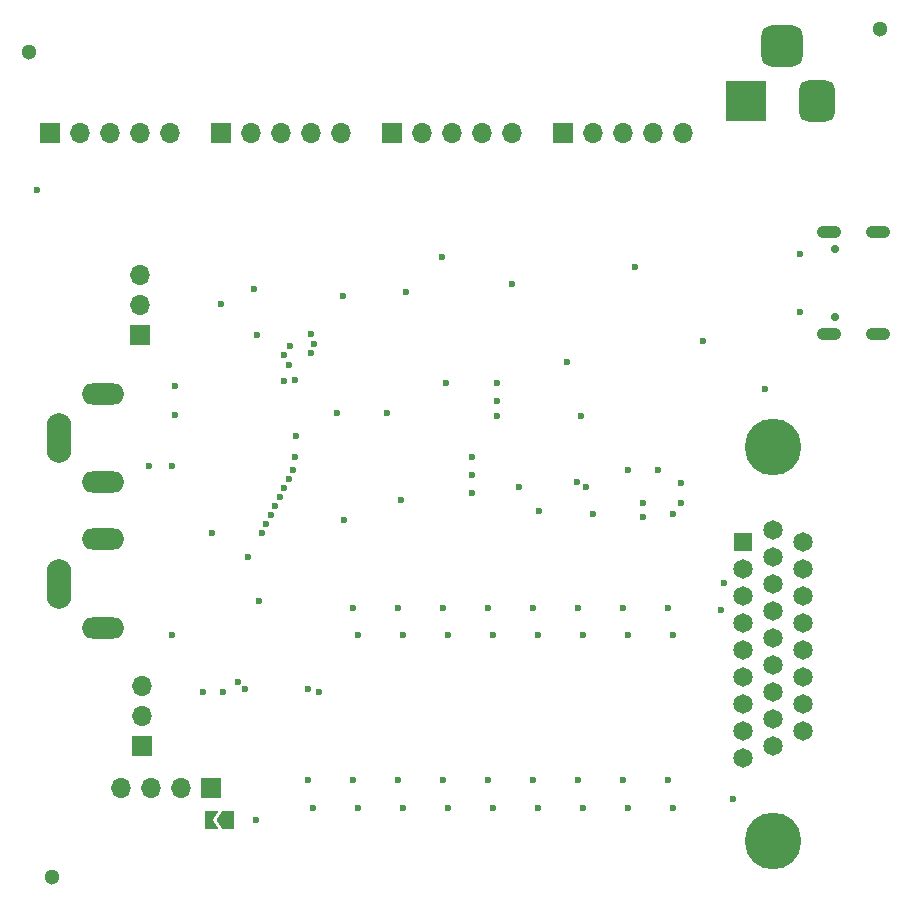
<source format=gbr>
%TF.GenerationSoftware,KiCad,Pcbnew,6.0.2+dfsg-1*%
%TF.CreationDate,2022-09-06T16:13:56-05:00*%
%TF.ProjectId,veritas,76657269-7461-4732-9e6b-696361645f70,rev?*%
%TF.SameCoordinates,Original*%
%TF.FileFunction,Soldermask,Bot*%
%TF.FilePolarity,Negative*%
%FSLAX46Y46*%
G04 Gerber Fmt 4.6, Leading zero omitted, Abs format (unit mm)*
G04 Created by KiCad (PCBNEW 6.0.2+dfsg-1) date 2022-09-06 16:13:56*
%MOMM*%
%LPD*%
G01*
G04 APERTURE LIST*
G04 Aperture macros list*
%AMRoundRect*
0 Rectangle with rounded corners*
0 $1 Rounding radius*
0 $2 $3 $4 $5 $6 $7 $8 $9 X,Y pos of 4 corners*
0 Add a 4 corners polygon primitive as box body*
4,1,4,$2,$3,$4,$5,$6,$7,$8,$9,$2,$3,0*
0 Add four circle primitives for the rounded corners*
1,1,$1+$1,$2,$3*
1,1,$1+$1,$4,$5*
1,1,$1+$1,$6,$7*
1,1,$1+$1,$8,$9*
0 Add four rect primitives between the rounded corners*
20,1,$1+$1,$2,$3,$4,$5,0*
20,1,$1+$1,$4,$5,$6,$7,0*
20,1,$1+$1,$6,$7,$8,$9,0*
20,1,$1+$1,$8,$9,$2,$3,0*%
%AMFreePoly0*
4,1,6,1.000000,0.000000,0.500000,-0.750000,-0.500000,-0.750000,-0.500000,0.750000,0.500000,0.750000,1.000000,0.000000,1.000000,0.000000,$1*%
%AMFreePoly1*
4,1,6,0.500000,-0.750000,-0.650000,-0.750000,-0.150000,0.000000,-0.650000,0.750000,0.500000,0.750000,0.500000,-0.750000,0.500000,-0.750000,$1*%
G04 Aperture macros list end*
%ADD10R,1.700000X1.700000*%
%ADD11O,1.700000X1.700000*%
%ADD12O,3.600000X1.800000*%
%ADD13O,2.100000X4.200000*%
%ADD14C,1.650000*%
%ADD15R,1.650000X1.650000*%
%ADD16C,4.800000*%
%ADD17C,1.300000*%
%ADD18O,2.100000X1.050000*%
%ADD19C,0.700000*%
%ADD20R,3.500000X3.500000*%
%ADD21RoundRect,0.750000X0.750000X1.000000X-0.750000X1.000000X-0.750000X-1.000000X0.750000X-1.000000X0*%
%ADD22RoundRect,0.875000X0.875000X0.875000X-0.875000X0.875000X-0.875000X-0.875000X0.875000X-0.875000X0*%
%ADD23FreePoly0,180.000000*%
%ADD24FreePoly1,180.000000*%
%ADD25C,0.600000*%
G04 APERTURE END LIST*
D10*
%TO.C,J12*%
X13462000Y7493000D03*
D11*
X10922000Y7493000D03*
X8382000Y7493000D03*
X5842000Y7493000D03*
%TD*%
D10*
%TO.C,J5*%
X-127000Y62992000D03*
D11*
X2413000Y62992000D03*
X4953000Y62992000D03*
X7493000Y62992000D03*
X10033000Y62992000D03*
%TD*%
D10*
%TO.C,J10*%
X7620000Y11049000D03*
D11*
X7620000Y13589000D03*
X7620000Y16129000D03*
%TD*%
D12*
%TO.C,J9*%
X4318000Y28575000D03*
X4318000Y21075000D03*
D13*
X618000Y24825000D03*
%TD*%
D10*
%TO.C,J2*%
X43307000Y62992000D03*
D11*
X45847000Y62992000D03*
X48387000Y62992000D03*
X50927000Y62992000D03*
X53467000Y62992000D03*
%TD*%
D14*
%TO.C,J11*%
X63627000Y12328000D03*
X63627000Y14618000D03*
X63627000Y16908000D03*
X63627000Y19198000D03*
X63627000Y21488000D03*
X63627000Y23778000D03*
X63627000Y26068000D03*
X63627000Y28358000D03*
X61087000Y11058000D03*
X61087000Y13348000D03*
X61087000Y15638000D03*
X61087000Y17928000D03*
X61087000Y20218000D03*
X61087000Y22508000D03*
X61087000Y24798000D03*
X61087000Y27088000D03*
X61087000Y29378000D03*
X58547000Y10038000D03*
X58547000Y12328000D03*
X58547000Y14618000D03*
X58547000Y16908000D03*
X58547000Y19198000D03*
X58547000Y21488000D03*
X58547000Y23778000D03*
X58547000Y26068000D03*
D15*
X58547000Y28358000D03*
D16*
X61087000Y36368000D03*
X61087000Y3048000D03*
%TD*%
D17*
%TO.C,REF\u002A\u002A*%
X70104000Y71755000D03*
%TD*%
%TO.C,REF\u002A\u002A*%
X-1905000Y69850000D03*
%TD*%
%TO.C,REF\u002A\u002A*%
X0Y0D03*
%TD*%
D12*
%TO.C,J8*%
X4318000Y33401000D03*
X4318000Y40901000D03*
D13*
X618000Y37151000D03*
%TD*%
D18*
%TO.C,J7*%
X65797000Y45974000D03*
X69977000Y54614000D03*
X65797000Y54614000D03*
X69977000Y45974000D03*
D19*
X66327000Y47404000D03*
X66327000Y53184000D03*
%TD*%
D10*
%TO.C,J4*%
X14351000Y62992000D03*
D11*
X16891000Y62992000D03*
X19431000Y62992000D03*
X21971000Y62992000D03*
X24511000Y62992000D03*
%TD*%
D10*
%TO.C,J6*%
X7493000Y45847000D03*
D11*
X7493000Y48387000D03*
X7493000Y50927000D03*
%TD*%
D10*
%TO.C,J3*%
X28829000Y62992000D03*
D11*
X31369000Y62992000D03*
X33909000Y62992000D03*
X36449000Y62992000D03*
X38989000Y62992000D03*
%TD*%
D20*
%TO.C,J1*%
X58801000Y65659000D03*
D21*
X64801000Y65659000D03*
D22*
X61801000Y70359000D03*
%TD*%
D23*
%TO.C,JP1*%
X14949000Y4826000D03*
D24*
X13499000Y4826000D03*
%TD*%
D25*
X16637000Y27051000D03*
X10160000Y34798000D03*
X8231500Y34774500D03*
X17526000Y23368000D03*
X57658000Y6604000D03*
X17272000Y4826000D03*
X17780000Y29083000D03*
X18161000Y29845000D03*
X18542000Y30607000D03*
X18923000Y31369000D03*
X19304000Y32131000D03*
X19685000Y32893000D03*
X20066000Y33655000D03*
X20447000Y34417000D03*
X16383000Y15875000D03*
X15748000Y16510000D03*
X21717000Y15875000D03*
X22606000Y15621000D03*
X56896000Y24892000D03*
X13589000Y29083000D03*
X12827000Y15621000D03*
X14478000Y15621000D03*
X10160000Y20447000D03*
X20574000Y35560000D03*
X22098000Y5842000D03*
X21651000Y8189000D03*
X25461000Y8189000D03*
X25908000Y5842000D03*
X29271000Y8189000D03*
X29718000Y5842000D03*
X33528000Y5842000D03*
X33081000Y8189000D03*
X37338000Y5842000D03*
X36891000Y8189000D03*
X40701000Y8189000D03*
X41148000Y5842000D03*
X44511000Y8189000D03*
X44958000Y5842000D03*
X48768000Y5842000D03*
X48321000Y8189000D03*
X52131000Y8189000D03*
X52578000Y5842000D03*
X56661499Y22625499D03*
X25908000Y20447000D03*
X25461000Y22794000D03*
X29718000Y20447000D03*
X29271000Y22794000D03*
X33528000Y20447000D03*
X33081000Y22794000D03*
X37338000Y20447000D03*
X36891000Y22794000D03*
X40701000Y22794000D03*
X41148000Y20447000D03*
X44958000Y20447000D03*
X44511000Y22794000D03*
X48321000Y22794000D03*
X48768000Y20447000D03*
X52578000Y20447000D03*
X52131000Y22794000D03*
X21971000Y45974000D03*
X22225000Y45085000D03*
X21971000Y44323000D03*
X19652981Y42004981D03*
X20574000Y42037000D03*
X20158738Y44923738D03*
X17399000Y45847000D03*
X45847000Y30734000D03*
X52578000Y30734000D03*
X41275000Y30988000D03*
X50038000Y30480000D03*
X45212000Y33020000D03*
X48768000Y34417000D03*
X51308000Y34417000D03*
X53266000Y33348000D03*
X53225000Y31635000D03*
X50026000Y31635000D03*
X39545000Y32972000D03*
X44450000Y33401000D03*
X44831000Y38989000D03*
X37719000Y38989000D03*
X55118000Y45339000D03*
X43589000Y43614000D03*
X35560000Y35560000D03*
X33020000Y52451000D03*
X49403000Y51634000D03*
X29591000Y31877000D03*
X24638000Y49149000D03*
X10414000Y39116000D03*
X60351500Y41275000D03*
X24765000Y30173000D03*
X35560000Y34036000D03*
X35560000Y32512000D03*
X38989000Y50165000D03*
X37719000Y40259000D03*
X37719000Y41783000D03*
X17145000Y49784000D03*
X29972000Y49530000D03*
X10414000Y41529000D03*
X24166234Y39285163D03*
X20701000Y37338000D03*
X33401000Y41783000D03*
X28328716Y39262600D03*
X63372001Y47844000D03*
X63372000Y52742616D03*
X14321000Y48484000D03*
X19685000Y44182296D03*
X20066000Y43307000D03*
X-1270000Y58166000D03*
M02*

</source>
